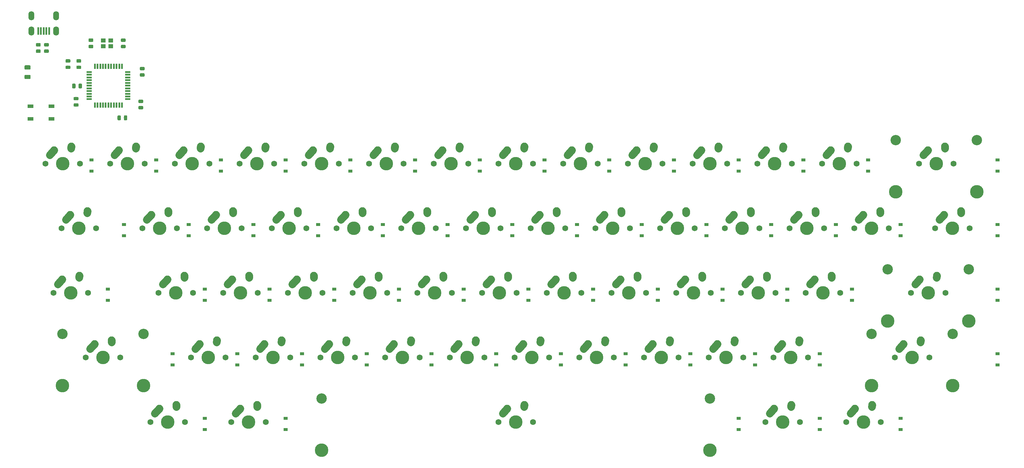
<source format=gbs>
G04 #@! TF.GenerationSoftware,KiCad,Pcbnew,(5.1.4)-1*
G04 #@! TF.CreationDate,2021-08-06T17:52:11-05:00*
G04 #@! TF.ProjectId,keyboard,6b657962-6f61-4726-942e-6b696361645f,rev?*
G04 #@! TF.SameCoordinates,Original*
G04 #@! TF.FileFunction,Soldermask,Bot*
G04 #@! TF.FilePolarity,Negative*
%FSLAX46Y46*%
G04 Gerber Fmt 4.6, Leading zero omitted, Abs format (unit mm)*
G04 Created by KiCad (PCBNEW (5.1.4)-1) date 2021-08-06 17:52:11*
%MOMM*%
%LPD*%
G04 APERTURE LIST*
%ADD10R,1.400000X1.200000*%
%ADD11O,1.700000X2.700000*%
%ADD12R,0.500000X2.250000*%
%ADD13R,0.550000X1.500000*%
%ADD14R,1.500000X0.550000*%
%ADD15R,1.800000X1.100000*%
%ADD16C,0.100000*%
%ADD17C,0.975000*%
%ADD18C,1.250000*%
%ADD19C,2.250000*%
%ADD20C,2.250000*%
%ADD21C,3.987800*%
%ADD22C,1.750000*%
%ADD23R,1.200000X0.900000*%
%ADD24C,3.048000*%
G04 APERTURE END LIST*
D10*
X107081500Y-88272250D03*
X104881500Y-88272250D03*
X104881500Y-89972250D03*
X107081500Y-89972250D03*
D11*
X83662500Y-80962500D03*
X90962500Y-80962500D03*
X90962500Y-85462500D03*
X83662500Y-85462500D03*
D12*
X85712500Y-85462500D03*
X86512500Y-85462500D03*
X87312500Y-85462500D03*
X88112500Y-85462500D03*
X88912500Y-85462500D03*
D13*
X102362500Y-107300000D03*
X103162500Y-107300000D03*
X103962500Y-107300000D03*
X104762500Y-107300000D03*
X105562500Y-107300000D03*
X106362500Y-107300000D03*
X107162500Y-107300000D03*
X107962500Y-107300000D03*
X108762500Y-107300000D03*
X109562500Y-107300000D03*
X110362500Y-107300000D03*
D14*
X112062500Y-105600000D03*
X112062500Y-104800000D03*
X112062500Y-104000000D03*
X112062500Y-103200000D03*
X112062500Y-102400000D03*
X112062500Y-101600000D03*
X112062500Y-100800000D03*
X112062500Y-100000000D03*
X112062500Y-99200000D03*
X112062500Y-98400000D03*
X112062500Y-97600000D03*
D13*
X110362500Y-95900000D03*
X109562500Y-95900000D03*
X108762500Y-95900000D03*
X107962500Y-95900000D03*
X107162500Y-95900000D03*
X106362500Y-95900000D03*
X105562500Y-95900000D03*
X104762500Y-95900000D03*
X103962500Y-95900000D03*
X103162500Y-95900000D03*
X102362500Y-95900000D03*
D14*
X100662500Y-97600000D03*
X100662500Y-98400000D03*
X100662500Y-99200000D03*
X100662500Y-100000000D03*
X100662500Y-100800000D03*
X100662500Y-101600000D03*
X100662500Y-102400000D03*
X100662500Y-103200000D03*
X100662500Y-104000000D03*
X100662500Y-104800000D03*
X100662500Y-105600000D03*
D15*
X89618750Y-111387500D03*
X83418750Y-107687500D03*
X89618750Y-107687500D03*
X83418750Y-111387500D03*
D16*
G36*
X116367642Y-105732424D02*
G01*
X116391303Y-105735934D01*
X116414507Y-105741746D01*
X116437029Y-105749804D01*
X116458653Y-105760032D01*
X116479170Y-105772329D01*
X116498383Y-105786579D01*
X116516107Y-105802643D01*
X116532171Y-105820367D01*
X116546421Y-105839580D01*
X116558718Y-105860097D01*
X116568946Y-105881721D01*
X116577004Y-105904243D01*
X116582816Y-105927447D01*
X116586326Y-105951108D01*
X116587500Y-105975000D01*
X116587500Y-106462500D01*
X116586326Y-106486392D01*
X116582816Y-106510053D01*
X116577004Y-106533257D01*
X116568946Y-106555779D01*
X116558718Y-106577403D01*
X116546421Y-106597920D01*
X116532171Y-106617133D01*
X116516107Y-106634857D01*
X116498383Y-106650921D01*
X116479170Y-106665171D01*
X116458653Y-106677468D01*
X116437029Y-106687696D01*
X116414507Y-106695754D01*
X116391303Y-106701566D01*
X116367642Y-106705076D01*
X116343750Y-106706250D01*
X115431250Y-106706250D01*
X115407358Y-106705076D01*
X115383697Y-106701566D01*
X115360493Y-106695754D01*
X115337971Y-106687696D01*
X115316347Y-106677468D01*
X115295830Y-106665171D01*
X115276617Y-106650921D01*
X115258893Y-106634857D01*
X115242829Y-106617133D01*
X115228579Y-106597920D01*
X115216282Y-106577403D01*
X115206054Y-106555779D01*
X115197996Y-106533257D01*
X115192184Y-106510053D01*
X115188674Y-106486392D01*
X115187500Y-106462500D01*
X115187500Y-105975000D01*
X115188674Y-105951108D01*
X115192184Y-105927447D01*
X115197996Y-105904243D01*
X115206054Y-105881721D01*
X115216282Y-105860097D01*
X115228579Y-105839580D01*
X115242829Y-105820367D01*
X115258893Y-105802643D01*
X115276617Y-105786579D01*
X115295830Y-105772329D01*
X115316347Y-105760032D01*
X115337971Y-105749804D01*
X115360493Y-105741746D01*
X115383697Y-105735934D01*
X115407358Y-105732424D01*
X115431250Y-105731250D01*
X116343750Y-105731250D01*
X116367642Y-105732424D01*
X116367642Y-105732424D01*
G37*
D17*
X115887500Y-106218750D03*
D16*
G36*
X116367642Y-107607424D02*
G01*
X116391303Y-107610934D01*
X116414507Y-107616746D01*
X116437029Y-107624804D01*
X116458653Y-107635032D01*
X116479170Y-107647329D01*
X116498383Y-107661579D01*
X116516107Y-107677643D01*
X116532171Y-107695367D01*
X116546421Y-107714580D01*
X116558718Y-107735097D01*
X116568946Y-107756721D01*
X116577004Y-107779243D01*
X116582816Y-107802447D01*
X116586326Y-107826108D01*
X116587500Y-107850000D01*
X116587500Y-108337500D01*
X116586326Y-108361392D01*
X116582816Y-108385053D01*
X116577004Y-108408257D01*
X116568946Y-108430779D01*
X116558718Y-108452403D01*
X116546421Y-108472920D01*
X116532171Y-108492133D01*
X116516107Y-108509857D01*
X116498383Y-108525921D01*
X116479170Y-108540171D01*
X116458653Y-108552468D01*
X116437029Y-108562696D01*
X116414507Y-108570754D01*
X116391303Y-108576566D01*
X116367642Y-108580076D01*
X116343750Y-108581250D01*
X115431250Y-108581250D01*
X115407358Y-108580076D01*
X115383697Y-108576566D01*
X115360493Y-108570754D01*
X115337971Y-108562696D01*
X115316347Y-108552468D01*
X115295830Y-108540171D01*
X115276617Y-108525921D01*
X115258893Y-108509857D01*
X115242829Y-108492133D01*
X115228579Y-108472920D01*
X115216282Y-108452403D01*
X115206054Y-108430779D01*
X115197996Y-108408257D01*
X115192184Y-108385053D01*
X115188674Y-108361392D01*
X115187500Y-108337500D01*
X115187500Y-107850000D01*
X115188674Y-107826108D01*
X115192184Y-107802447D01*
X115197996Y-107779243D01*
X115206054Y-107756721D01*
X115216282Y-107735097D01*
X115228579Y-107714580D01*
X115242829Y-107695367D01*
X115258893Y-107677643D01*
X115276617Y-107661579D01*
X115295830Y-107647329D01*
X115316347Y-107635032D01*
X115337971Y-107624804D01*
X115360493Y-107616746D01*
X115383697Y-107610934D01*
X115407358Y-107607424D01*
X115431250Y-107606250D01*
X116343750Y-107606250D01*
X116367642Y-107607424D01*
X116367642Y-107607424D01*
G37*
D17*
X115887500Y-108093750D03*
D16*
G36*
X94936392Y-95701174D02*
G01*
X94960053Y-95704684D01*
X94983257Y-95710496D01*
X95005779Y-95718554D01*
X95027403Y-95728782D01*
X95047920Y-95741079D01*
X95067133Y-95755329D01*
X95084857Y-95771393D01*
X95100921Y-95789117D01*
X95115171Y-95808330D01*
X95127468Y-95828847D01*
X95137696Y-95850471D01*
X95145754Y-95872993D01*
X95151566Y-95896197D01*
X95155076Y-95919858D01*
X95156250Y-95943750D01*
X95156250Y-96431250D01*
X95155076Y-96455142D01*
X95151566Y-96478803D01*
X95145754Y-96502007D01*
X95137696Y-96524529D01*
X95127468Y-96546153D01*
X95115171Y-96566670D01*
X95100921Y-96585883D01*
X95084857Y-96603607D01*
X95067133Y-96619671D01*
X95047920Y-96633921D01*
X95027403Y-96646218D01*
X95005779Y-96656446D01*
X94983257Y-96664504D01*
X94960053Y-96670316D01*
X94936392Y-96673826D01*
X94912500Y-96675000D01*
X94000000Y-96675000D01*
X93976108Y-96673826D01*
X93952447Y-96670316D01*
X93929243Y-96664504D01*
X93906721Y-96656446D01*
X93885097Y-96646218D01*
X93864580Y-96633921D01*
X93845367Y-96619671D01*
X93827643Y-96603607D01*
X93811579Y-96585883D01*
X93797329Y-96566670D01*
X93785032Y-96546153D01*
X93774804Y-96524529D01*
X93766746Y-96502007D01*
X93760934Y-96478803D01*
X93757424Y-96455142D01*
X93756250Y-96431250D01*
X93756250Y-95943750D01*
X93757424Y-95919858D01*
X93760934Y-95896197D01*
X93766746Y-95872993D01*
X93774804Y-95850471D01*
X93785032Y-95828847D01*
X93797329Y-95808330D01*
X93811579Y-95789117D01*
X93827643Y-95771393D01*
X93845367Y-95755329D01*
X93864580Y-95741079D01*
X93885097Y-95728782D01*
X93906721Y-95718554D01*
X93929243Y-95710496D01*
X93952447Y-95704684D01*
X93976108Y-95701174D01*
X94000000Y-95700000D01*
X94912500Y-95700000D01*
X94936392Y-95701174D01*
X94936392Y-95701174D01*
G37*
D17*
X94456250Y-96187500D03*
D16*
G36*
X94936392Y-93826174D02*
G01*
X94960053Y-93829684D01*
X94983257Y-93835496D01*
X95005779Y-93843554D01*
X95027403Y-93853782D01*
X95047920Y-93866079D01*
X95067133Y-93880329D01*
X95084857Y-93896393D01*
X95100921Y-93914117D01*
X95115171Y-93933330D01*
X95127468Y-93953847D01*
X95137696Y-93975471D01*
X95145754Y-93997993D01*
X95151566Y-94021197D01*
X95155076Y-94044858D01*
X95156250Y-94068750D01*
X95156250Y-94556250D01*
X95155076Y-94580142D01*
X95151566Y-94603803D01*
X95145754Y-94627007D01*
X95137696Y-94649529D01*
X95127468Y-94671153D01*
X95115171Y-94691670D01*
X95100921Y-94710883D01*
X95084857Y-94728607D01*
X95067133Y-94744671D01*
X95047920Y-94758921D01*
X95027403Y-94771218D01*
X95005779Y-94781446D01*
X94983257Y-94789504D01*
X94960053Y-94795316D01*
X94936392Y-94798826D01*
X94912500Y-94800000D01*
X94000000Y-94800000D01*
X93976108Y-94798826D01*
X93952447Y-94795316D01*
X93929243Y-94789504D01*
X93906721Y-94781446D01*
X93885097Y-94771218D01*
X93864580Y-94758921D01*
X93845367Y-94744671D01*
X93827643Y-94728607D01*
X93811579Y-94710883D01*
X93797329Y-94691670D01*
X93785032Y-94671153D01*
X93774804Y-94649529D01*
X93766746Y-94627007D01*
X93760934Y-94603803D01*
X93757424Y-94580142D01*
X93756250Y-94556250D01*
X93756250Y-94068750D01*
X93757424Y-94044858D01*
X93760934Y-94021197D01*
X93766746Y-93997993D01*
X93774804Y-93975471D01*
X93785032Y-93953847D01*
X93797329Y-93933330D01*
X93811579Y-93914117D01*
X93827643Y-93896393D01*
X93845367Y-93880329D01*
X93864580Y-93866079D01*
X93885097Y-93853782D01*
X93906721Y-93843554D01*
X93929243Y-93835496D01*
X93952447Y-93829684D01*
X93976108Y-93826174D01*
X94000000Y-93825000D01*
X94912500Y-93825000D01*
X94936392Y-93826174D01*
X94936392Y-93826174D01*
G37*
D17*
X94456250Y-94312500D03*
D16*
G36*
X88586392Y-89063674D02*
G01*
X88610053Y-89067184D01*
X88633257Y-89072996D01*
X88655779Y-89081054D01*
X88677403Y-89091282D01*
X88697920Y-89103579D01*
X88717133Y-89117829D01*
X88734857Y-89133893D01*
X88750921Y-89151617D01*
X88765171Y-89170830D01*
X88777468Y-89191347D01*
X88787696Y-89212971D01*
X88795754Y-89235493D01*
X88801566Y-89258697D01*
X88805076Y-89282358D01*
X88806250Y-89306250D01*
X88806250Y-89793750D01*
X88805076Y-89817642D01*
X88801566Y-89841303D01*
X88795754Y-89864507D01*
X88787696Y-89887029D01*
X88777468Y-89908653D01*
X88765171Y-89929170D01*
X88750921Y-89948383D01*
X88734857Y-89966107D01*
X88717133Y-89982171D01*
X88697920Y-89996421D01*
X88677403Y-90008718D01*
X88655779Y-90018946D01*
X88633257Y-90027004D01*
X88610053Y-90032816D01*
X88586392Y-90036326D01*
X88562500Y-90037500D01*
X87650000Y-90037500D01*
X87626108Y-90036326D01*
X87602447Y-90032816D01*
X87579243Y-90027004D01*
X87556721Y-90018946D01*
X87535097Y-90008718D01*
X87514580Y-89996421D01*
X87495367Y-89982171D01*
X87477643Y-89966107D01*
X87461579Y-89948383D01*
X87447329Y-89929170D01*
X87435032Y-89908653D01*
X87424804Y-89887029D01*
X87416746Y-89864507D01*
X87410934Y-89841303D01*
X87407424Y-89817642D01*
X87406250Y-89793750D01*
X87406250Y-89306250D01*
X87407424Y-89282358D01*
X87410934Y-89258697D01*
X87416746Y-89235493D01*
X87424804Y-89212971D01*
X87435032Y-89191347D01*
X87447329Y-89170830D01*
X87461579Y-89151617D01*
X87477643Y-89133893D01*
X87495367Y-89117829D01*
X87514580Y-89103579D01*
X87535097Y-89091282D01*
X87556721Y-89081054D01*
X87579243Y-89072996D01*
X87602447Y-89067184D01*
X87626108Y-89063674D01*
X87650000Y-89062500D01*
X88562500Y-89062500D01*
X88586392Y-89063674D01*
X88586392Y-89063674D01*
G37*
D17*
X88106250Y-89550000D03*
D16*
G36*
X88586392Y-90938674D02*
G01*
X88610053Y-90942184D01*
X88633257Y-90947996D01*
X88655779Y-90956054D01*
X88677403Y-90966282D01*
X88697920Y-90978579D01*
X88717133Y-90992829D01*
X88734857Y-91008893D01*
X88750921Y-91026617D01*
X88765171Y-91045830D01*
X88777468Y-91066347D01*
X88787696Y-91087971D01*
X88795754Y-91110493D01*
X88801566Y-91133697D01*
X88805076Y-91157358D01*
X88806250Y-91181250D01*
X88806250Y-91668750D01*
X88805076Y-91692642D01*
X88801566Y-91716303D01*
X88795754Y-91739507D01*
X88787696Y-91762029D01*
X88777468Y-91783653D01*
X88765171Y-91804170D01*
X88750921Y-91823383D01*
X88734857Y-91841107D01*
X88717133Y-91857171D01*
X88697920Y-91871421D01*
X88677403Y-91883718D01*
X88655779Y-91893946D01*
X88633257Y-91902004D01*
X88610053Y-91907816D01*
X88586392Y-91911326D01*
X88562500Y-91912500D01*
X87650000Y-91912500D01*
X87626108Y-91911326D01*
X87602447Y-91907816D01*
X87579243Y-91902004D01*
X87556721Y-91893946D01*
X87535097Y-91883718D01*
X87514580Y-91871421D01*
X87495367Y-91857171D01*
X87477643Y-91841107D01*
X87461579Y-91823383D01*
X87447329Y-91804170D01*
X87435032Y-91783653D01*
X87424804Y-91762029D01*
X87416746Y-91739507D01*
X87410934Y-91716303D01*
X87407424Y-91692642D01*
X87406250Y-91668750D01*
X87406250Y-91181250D01*
X87407424Y-91157358D01*
X87410934Y-91133697D01*
X87416746Y-91110493D01*
X87424804Y-91087971D01*
X87435032Y-91066347D01*
X87447329Y-91045830D01*
X87461579Y-91026617D01*
X87477643Y-91008893D01*
X87495367Y-90992829D01*
X87514580Y-90978579D01*
X87535097Y-90966282D01*
X87556721Y-90956054D01*
X87579243Y-90947996D01*
X87602447Y-90942184D01*
X87626108Y-90938674D01*
X87650000Y-90937500D01*
X88562500Y-90937500D01*
X88586392Y-90938674D01*
X88586392Y-90938674D01*
G37*
D17*
X88106250Y-91425000D03*
D16*
G36*
X86205142Y-89063674D02*
G01*
X86228803Y-89067184D01*
X86252007Y-89072996D01*
X86274529Y-89081054D01*
X86296153Y-89091282D01*
X86316670Y-89103579D01*
X86335883Y-89117829D01*
X86353607Y-89133893D01*
X86369671Y-89151617D01*
X86383921Y-89170830D01*
X86396218Y-89191347D01*
X86406446Y-89212971D01*
X86414504Y-89235493D01*
X86420316Y-89258697D01*
X86423826Y-89282358D01*
X86425000Y-89306250D01*
X86425000Y-89793750D01*
X86423826Y-89817642D01*
X86420316Y-89841303D01*
X86414504Y-89864507D01*
X86406446Y-89887029D01*
X86396218Y-89908653D01*
X86383921Y-89929170D01*
X86369671Y-89948383D01*
X86353607Y-89966107D01*
X86335883Y-89982171D01*
X86316670Y-89996421D01*
X86296153Y-90008718D01*
X86274529Y-90018946D01*
X86252007Y-90027004D01*
X86228803Y-90032816D01*
X86205142Y-90036326D01*
X86181250Y-90037500D01*
X85268750Y-90037500D01*
X85244858Y-90036326D01*
X85221197Y-90032816D01*
X85197993Y-90027004D01*
X85175471Y-90018946D01*
X85153847Y-90008718D01*
X85133330Y-89996421D01*
X85114117Y-89982171D01*
X85096393Y-89966107D01*
X85080329Y-89948383D01*
X85066079Y-89929170D01*
X85053782Y-89908653D01*
X85043554Y-89887029D01*
X85035496Y-89864507D01*
X85029684Y-89841303D01*
X85026174Y-89817642D01*
X85025000Y-89793750D01*
X85025000Y-89306250D01*
X85026174Y-89282358D01*
X85029684Y-89258697D01*
X85035496Y-89235493D01*
X85043554Y-89212971D01*
X85053782Y-89191347D01*
X85066079Y-89170830D01*
X85080329Y-89151617D01*
X85096393Y-89133893D01*
X85114117Y-89117829D01*
X85133330Y-89103579D01*
X85153847Y-89091282D01*
X85175471Y-89081054D01*
X85197993Y-89072996D01*
X85221197Y-89067184D01*
X85244858Y-89063674D01*
X85268750Y-89062500D01*
X86181250Y-89062500D01*
X86205142Y-89063674D01*
X86205142Y-89063674D01*
G37*
D17*
X85725000Y-89550000D03*
D16*
G36*
X86205142Y-90938674D02*
G01*
X86228803Y-90942184D01*
X86252007Y-90947996D01*
X86274529Y-90956054D01*
X86296153Y-90966282D01*
X86316670Y-90978579D01*
X86335883Y-90992829D01*
X86353607Y-91008893D01*
X86369671Y-91026617D01*
X86383921Y-91045830D01*
X86396218Y-91066347D01*
X86406446Y-91087971D01*
X86414504Y-91110493D01*
X86420316Y-91133697D01*
X86423826Y-91157358D01*
X86425000Y-91181250D01*
X86425000Y-91668750D01*
X86423826Y-91692642D01*
X86420316Y-91716303D01*
X86414504Y-91739507D01*
X86406446Y-91762029D01*
X86396218Y-91783653D01*
X86383921Y-91804170D01*
X86369671Y-91823383D01*
X86353607Y-91841107D01*
X86335883Y-91857171D01*
X86316670Y-91871421D01*
X86296153Y-91883718D01*
X86274529Y-91893946D01*
X86252007Y-91902004D01*
X86228803Y-91907816D01*
X86205142Y-91911326D01*
X86181250Y-91912500D01*
X85268750Y-91912500D01*
X85244858Y-91911326D01*
X85221197Y-91907816D01*
X85197993Y-91902004D01*
X85175471Y-91893946D01*
X85153847Y-91883718D01*
X85133330Y-91871421D01*
X85114117Y-91857171D01*
X85096393Y-91841107D01*
X85080329Y-91823383D01*
X85066079Y-91804170D01*
X85053782Y-91783653D01*
X85043554Y-91762029D01*
X85035496Y-91739507D01*
X85029684Y-91716303D01*
X85026174Y-91692642D01*
X85025000Y-91668750D01*
X85025000Y-91181250D01*
X85026174Y-91157358D01*
X85029684Y-91133697D01*
X85035496Y-91110493D01*
X85043554Y-91087971D01*
X85053782Y-91066347D01*
X85066079Y-91045830D01*
X85080329Y-91026617D01*
X85096393Y-91008893D01*
X85114117Y-90992829D01*
X85133330Y-90978579D01*
X85153847Y-90966282D01*
X85175471Y-90956054D01*
X85197993Y-90947996D01*
X85221197Y-90942184D01*
X85244858Y-90938674D01*
X85268750Y-90937500D01*
X86181250Y-90937500D01*
X86205142Y-90938674D01*
X86205142Y-90938674D01*
G37*
D17*
X85725000Y-91425000D03*
D16*
G36*
X83199504Y-95607454D02*
G01*
X83223773Y-95611054D01*
X83247571Y-95617015D01*
X83270671Y-95625280D01*
X83292849Y-95635770D01*
X83313893Y-95648383D01*
X83333598Y-95662997D01*
X83351777Y-95679473D01*
X83368253Y-95697652D01*
X83382867Y-95717357D01*
X83395480Y-95738401D01*
X83405970Y-95760579D01*
X83414235Y-95783679D01*
X83420196Y-95807477D01*
X83423796Y-95831746D01*
X83425000Y-95856250D01*
X83425000Y-96606250D01*
X83423796Y-96630754D01*
X83420196Y-96655023D01*
X83414235Y-96678821D01*
X83405970Y-96701921D01*
X83395480Y-96724099D01*
X83382867Y-96745143D01*
X83368253Y-96764848D01*
X83351777Y-96783027D01*
X83333598Y-96799503D01*
X83313893Y-96814117D01*
X83292849Y-96826730D01*
X83270671Y-96837220D01*
X83247571Y-96845485D01*
X83223773Y-96851446D01*
X83199504Y-96855046D01*
X83175000Y-96856250D01*
X81925000Y-96856250D01*
X81900496Y-96855046D01*
X81876227Y-96851446D01*
X81852429Y-96845485D01*
X81829329Y-96837220D01*
X81807151Y-96826730D01*
X81786107Y-96814117D01*
X81766402Y-96799503D01*
X81748223Y-96783027D01*
X81731747Y-96764848D01*
X81717133Y-96745143D01*
X81704520Y-96724099D01*
X81694030Y-96701921D01*
X81685765Y-96678821D01*
X81679804Y-96655023D01*
X81676204Y-96630754D01*
X81675000Y-96606250D01*
X81675000Y-95856250D01*
X81676204Y-95831746D01*
X81679804Y-95807477D01*
X81685765Y-95783679D01*
X81694030Y-95760579D01*
X81704520Y-95738401D01*
X81717133Y-95717357D01*
X81731747Y-95697652D01*
X81748223Y-95679473D01*
X81766402Y-95662997D01*
X81786107Y-95648383D01*
X81807151Y-95635770D01*
X81829329Y-95625280D01*
X81852429Y-95617015D01*
X81876227Y-95611054D01*
X81900496Y-95607454D01*
X81925000Y-95606250D01*
X83175000Y-95606250D01*
X83199504Y-95607454D01*
X83199504Y-95607454D01*
G37*
D18*
X82550000Y-96231250D03*
D16*
G36*
X83199504Y-98407454D02*
G01*
X83223773Y-98411054D01*
X83247571Y-98417015D01*
X83270671Y-98425280D01*
X83292849Y-98435770D01*
X83313893Y-98448383D01*
X83333598Y-98462997D01*
X83351777Y-98479473D01*
X83368253Y-98497652D01*
X83382867Y-98517357D01*
X83395480Y-98538401D01*
X83405970Y-98560579D01*
X83414235Y-98583679D01*
X83420196Y-98607477D01*
X83423796Y-98631746D01*
X83425000Y-98656250D01*
X83425000Y-99406250D01*
X83423796Y-99430754D01*
X83420196Y-99455023D01*
X83414235Y-99478821D01*
X83405970Y-99501921D01*
X83395480Y-99524099D01*
X83382867Y-99545143D01*
X83368253Y-99564848D01*
X83351777Y-99583027D01*
X83333598Y-99599503D01*
X83313893Y-99614117D01*
X83292849Y-99626730D01*
X83270671Y-99637220D01*
X83247571Y-99645485D01*
X83223773Y-99651446D01*
X83199504Y-99655046D01*
X83175000Y-99656250D01*
X81925000Y-99656250D01*
X81900496Y-99655046D01*
X81876227Y-99651446D01*
X81852429Y-99645485D01*
X81829329Y-99637220D01*
X81807151Y-99626730D01*
X81786107Y-99614117D01*
X81766402Y-99599503D01*
X81748223Y-99583027D01*
X81731747Y-99564848D01*
X81717133Y-99545143D01*
X81704520Y-99524099D01*
X81694030Y-99501921D01*
X81685765Y-99478821D01*
X81679804Y-99455023D01*
X81676204Y-99430754D01*
X81675000Y-99406250D01*
X81675000Y-98656250D01*
X81676204Y-98631746D01*
X81679804Y-98607477D01*
X81685765Y-98583679D01*
X81694030Y-98560579D01*
X81704520Y-98538401D01*
X81717133Y-98517357D01*
X81731747Y-98497652D01*
X81748223Y-98479473D01*
X81766402Y-98462997D01*
X81786107Y-98448383D01*
X81807151Y-98435770D01*
X81829329Y-98425280D01*
X81852429Y-98417015D01*
X81876227Y-98411054D01*
X81900496Y-98407454D01*
X81925000Y-98406250D01*
X83175000Y-98406250D01*
X83199504Y-98407454D01*
X83199504Y-98407454D01*
G37*
D18*
X82550000Y-99031250D03*
D16*
G36*
X96453392Y-100996424D02*
G01*
X96477053Y-100999934D01*
X96500257Y-101005746D01*
X96522779Y-101013804D01*
X96544403Y-101024032D01*
X96564920Y-101036329D01*
X96584133Y-101050579D01*
X96601857Y-101066643D01*
X96617921Y-101084367D01*
X96632171Y-101103580D01*
X96644468Y-101124097D01*
X96654696Y-101145721D01*
X96662754Y-101168243D01*
X96668566Y-101191447D01*
X96672076Y-101215108D01*
X96673250Y-101239000D01*
X96673250Y-102151500D01*
X96672076Y-102175392D01*
X96668566Y-102199053D01*
X96662754Y-102222257D01*
X96654696Y-102244779D01*
X96644468Y-102266403D01*
X96632171Y-102286920D01*
X96617921Y-102306133D01*
X96601857Y-102323857D01*
X96584133Y-102339921D01*
X96564920Y-102354171D01*
X96544403Y-102366468D01*
X96522779Y-102376696D01*
X96500257Y-102384754D01*
X96477053Y-102390566D01*
X96453392Y-102394076D01*
X96429500Y-102395250D01*
X95942000Y-102395250D01*
X95918108Y-102394076D01*
X95894447Y-102390566D01*
X95871243Y-102384754D01*
X95848721Y-102376696D01*
X95827097Y-102366468D01*
X95806580Y-102354171D01*
X95787367Y-102339921D01*
X95769643Y-102323857D01*
X95753579Y-102306133D01*
X95739329Y-102286920D01*
X95727032Y-102266403D01*
X95716804Y-102244779D01*
X95708746Y-102222257D01*
X95702934Y-102199053D01*
X95699424Y-102175392D01*
X95698250Y-102151500D01*
X95698250Y-101239000D01*
X95699424Y-101215108D01*
X95702934Y-101191447D01*
X95708746Y-101168243D01*
X95716804Y-101145721D01*
X95727032Y-101124097D01*
X95739329Y-101103580D01*
X95753579Y-101084367D01*
X95769643Y-101066643D01*
X95787367Y-101050579D01*
X95806580Y-101036329D01*
X95827097Y-101024032D01*
X95848721Y-101013804D01*
X95871243Y-101005746D01*
X95894447Y-100999934D01*
X95918108Y-100996424D01*
X95942000Y-100995250D01*
X96429500Y-100995250D01*
X96453392Y-100996424D01*
X96453392Y-100996424D01*
G37*
D17*
X96185750Y-101695250D03*
D16*
G36*
X98328392Y-100996424D02*
G01*
X98352053Y-100999934D01*
X98375257Y-101005746D01*
X98397779Y-101013804D01*
X98419403Y-101024032D01*
X98439920Y-101036329D01*
X98459133Y-101050579D01*
X98476857Y-101066643D01*
X98492921Y-101084367D01*
X98507171Y-101103580D01*
X98519468Y-101124097D01*
X98529696Y-101145721D01*
X98537754Y-101168243D01*
X98543566Y-101191447D01*
X98547076Y-101215108D01*
X98548250Y-101239000D01*
X98548250Y-102151500D01*
X98547076Y-102175392D01*
X98543566Y-102199053D01*
X98537754Y-102222257D01*
X98529696Y-102244779D01*
X98519468Y-102266403D01*
X98507171Y-102286920D01*
X98492921Y-102306133D01*
X98476857Y-102323857D01*
X98459133Y-102339921D01*
X98439920Y-102354171D01*
X98419403Y-102366468D01*
X98397779Y-102376696D01*
X98375257Y-102384754D01*
X98352053Y-102390566D01*
X98328392Y-102394076D01*
X98304500Y-102395250D01*
X97817000Y-102395250D01*
X97793108Y-102394076D01*
X97769447Y-102390566D01*
X97746243Y-102384754D01*
X97723721Y-102376696D01*
X97702097Y-102366468D01*
X97681580Y-102354171D01*
X97662367Y-102339921D01*
X97644643Y-102323857D01*
X97628579Y-102306133D01*
X97614329Y-102286920D01*
X97602032Y-102266403D01*
X97591804Y-102244779D01*
X97583746Y-102222257D01*
X97577934Y-102199053D01*
X97574424Y-102175392D01*
X97573250Y-102151500D01*
X97573250Y-101239000D01*
X97574424Y-101215108D01*
X97577934Y-101191447D01*
X97583746Y-101168243D01*
X97591804Y-101145721D01*
X97602032Y-101124097D01*
X97614329Y-101103580D01*
X97628579Y-101084367D01*
X97644643Y-101066643D01*
X97662367Y-101050579D01*
X97681580Y-101036329D01*
X97702097Y-101024032D01*
X97723721Y-101013804D01*
X97746243Y-101005746D01*
X97769447Y-100999934D01*
X97793108Y-100996424D01*
X97817000Y-100995250D01*
X98304500Y-100995250D01*
X98328392Y-100996424D01*
X98328392Y-100996424D01*
G37*
D17*
X98060750Y-101695250D03*
D16*
G36*
X101699142Y-87698424D02*
G01*
X101722803Y-87701934D01*
X101746007Y-87707746D01*
X101768529Y-87715804D01*
X101790153Y-87726032D01*
X101810670Y-87738329D01*
X101829883Y-87752579D01*
X101847607Y-87768643D01*
X101863671Y-87786367D01*
X101877921Y-87805580D01*
X101890218Y-87826097D01*
X101900446Y-87847721D01*
X101908504Y-87870243D01*
X101914316Y-87893447D01*
X101917826Y-87917108D01*
X101919000Y-87941000D01*
X101919000Y-88428500D01*
X101917826Y-88452392D01*
X101914316Y-88476053D01*
X101908504Y-88499257D01*
X101900446Y-88521779D01*
X101890218Y-88543403D01*
X101877921Y-88563920D01*
X101863671Y-88583133D01*
X101847607Y-88600857D01*
X101829883Y-88616921D01*
X101810670Y-88631171D01*
X101790153Y-88643468D01*
X101768529Y-88653696D01*
X101746007Y-88661754D01*
X101722803Y-88667566D01*
X101699142Y-88671076D01*
X101675250Y-88672250D01*
X100762750Y-88672250D01*
X100738858Y-88671076D01*
X100715197Y-88667566D01*
X100691993Y-88661754D01*
X100669471Y-88653696D01*
X100647847Y-88643468D01*
X100627330Y-88631171D01*
X100608117Y-88616921D01*
X100590393Y-88600857D01*
X100574329Y-88583133D01*
X100560079Y-88563920D01*
X100547782Y-88543403D01*
X100537554Y-88521779D01*
X100529496Y-88499257D01*
X100523684Y-88476053D01*
X100520174Y-88452392D01*
X100519000Y-88428500D01*
X100519000Y-87941000D01*
X100520174Y-87917108D01*
X100523684Y-87893447D01*
X100529496Y-87870243D01*
X100537554Y-87847721D01*
X100547782Y-87826097D01*
X100560079Y-87805580D01*
X100574329Y-87786367D01*
X100590393Y-87768643D01*
X100608117Y-87752579D01*
X100627330Y-87738329D01*
X100647847Y-87726032D01*
X100669471Y-87715804D01*
X100691993Y-87707746D01*
X100715197Y-87701934D01*
X100738858Y-87698424D01*
X100762750Y-87697250D01*
X101675250Y-87697250D01*
X101699142Y-87698424D01*
X101699142Y-87698424D01*
G37*
D17*
X101219000Y-88184750D03*
D16*
G36*
X101699142Y-89573424D02*
G01*
X101722803Y-89576934D01*
X101746007Y-89582746D01*
X101768529Y-89590804D01*
X101790153Y-89601032D01*
X101810670Y-89613329D01*
X101829883Y-89627579D01*
X101847607Y-89643643D01*
X101863671Y-89661367D01*
X101877921Y-89680580D01*
X101890218Y-89701097D01*
X101900446Y-89722721D01*
X101908504Y-89745243D01*
X101914316Y-89768447D01*
X101917826Y-89792108D01*
X101919000Y-89816000D01*
X101919000Y-90303500D01*
X101917826Y-90327392D01*
X101914316Y-90351053D01*
X101908504Y-90374257D01*
X101900446Y-90396779D01*
X101890218Y-90418403D01*
X101877921Y-90438920D01*
X101863671Y-90458133D01*
X101847607Y-90475857D01*
X101829883Y-90491921D01*
X101810670Y-90506171D01*
X101790153Y-90518468D01*
X101768529Y-90528696D01*
X101746007Y-90536754D01*
X101722803Y-90542566D01*
X101699142Y-90546076D01*
X101675250Y-90547250D01*
X100762750Y-90547250D01*
X100738858Y-90546076D01*
X100715197Y-90542566D01*
X100691993Y-90536754D01*
X100669471Y-90528696D01*
X100647847Y-90518468D01*
X100627330Y-90506171D01*
X100608117Y-90491921D01*
X100590393Y-90475857D01*
X100574329Y-90458133D01*
X100560079Y-90438920D01*
X100547782Y-90418403D01*
X100537554Y-90396779D01*
X100529496Y-90374257D01*
X100523684Y-90351053D01*
X100520174Y-90327392D01*
X100519000Y-90303500D01*
X100519000Y-89816000D01*
X100520174Y-89792108D01*
X100523684Y-89768447D01*
X100529496Y-89745243D01*
X100537554Y-89722721D01*
X100547782Y-89701097D01*
X100560079Y-89680580D01*
X100574329Y-89661367D01*
X100590393Y-89643643D01*
X100608117Y-89627579D01*
X100627330Y-89613329D01*
X100647847Y-89601032D01*
X100669471Y-89590804D01*
X100691993Y-89582746D01*
X100715197Y-89576934D01*
X100738858Y-89573424D01*
X100762750Y-89572250D01*
X101675250Y-89572250D01*
X101699142Y-89573424D01*
X101699142Y-89573424D01*
G37*
D17*
X101219000Y-90059750D03*
D16*
G36*
X111224142Y-89573424D02*
G01*
X111247803Y-89576934D01*
X111271007Y-89582746D01*
X111293529Y-89590804D01*
X111315153Y-89601032D01*
X111335670Y-89613329D01*
X111354883Y-89627579D01*
X111372607Y-89643643D01*
X111388671Y-89661367D01*
X111402921Y-89680580D01*
X111415218Y-89701097D01*
X111425446Y-89722721D01*
X111433504Y-89745243D01*
X111439316Y-89768447D01*
X111442826Y-89792108D01*
X111444000Y-89816000D01*
X111444000Y-90303500D01*
X111442826Y-90327392D01*
X111439316Y-90351053D01*
X111433504Y-90374257D01*
X111425446Y-90396779D01*
X111415218Y-90418403D01*
X111402921Y-90438920D01*
X111388671Y-90458133D01*
X111372607Y-90475857D01*
X111354883Y-90491921D01*
X111335670Y-90506171D01*
X111315153Y-90518468D01*
X111293529Y-90528696D01*
X111271007Y-90536754D01*
X111247803Y-90542566D01*
X111224142Y-90546076D01*
X111200250Y-90547250D01*
X110287750Y-90547250D01*
X110263858Y-90546076D01*
X110240197Y-90542566D01*
X110216993Y-90536754D01*
X110194471Y-90528696D01*
X110172847Y-90518468D01*
X110152330Y-90506171D01*
X110133117Y-90491921D01*
X110115393Y-90475857D01*
X110099329Y-90458133D01*
X110085079Y-90438920D01*
X110072782Y-90418403D01*
X110062554Y-90396779D01*
X110054496Y-90374257D01*
X110048684Y-90351053D01*
X110045174Y-90327392D01*
X110044000Y-90303500D01*
X110044000Y-89816000D01*
X110045174Y-89792108D01*
X110048684Y-89768447D01*
X110054496Y-89745243D01*
X110062554Y-89722721D01*
X110072782Y-89701097D01*
X110085079Y-89680580D01*
X110099329Y-89661367D01*
X110115393Y-89643643D01*
X110133117Y-89627579D01*
X110152330Y-89613329D01*
X110172847Y-89601032D01*
X110194471Y-89590804D01*
X110216993Y-89582746D01*
X110240197Y-89576934D01*
X110263858Y-89573424D01*
X110287750Y-89572250D01*
X111200250Y-89572250D01*
X111224142Y-89573424D01*
X111224142Y-89573424D01*
G37*
D17*
X110744000Y-90059750D03*
D16*
G36*
X111224142Y-87698424D02*
G01*
X111247803Y-87701934D01*
X111271007Y-87707746D01*
X111293529Y-87715804D01*
X111315153Y-87726032D01*
X111335670Y-87738329D01*
X111354883Y-87752579D01*
X111372607Y-87768643D01*
X111388671Y-87786367D01*
X111402921Y-87805580D01*
X111415218Y-87826097D01*
X111425446Y-87847721D01*
X111433504Y-87870243D01*
X111439316Y-87893447D01*
X111442826Y-87917108D01*
X111444000Y-87941000D01*
X111444000Y-88428500D01*
X111442826Y-88452392D01*
X111439316Y-88476053D01*
X111433504Y-88499257D01*
X111425446Y-88521779D01*
X111415218Y-88543403D01*
X111402921Y-88563920D01*
X111388671Y-88583133D01*
X111372607Y-88600857D01*
X111354883Y-88616921D01*
X111335670Y-88631171D01*
X111315153Y-88643468D01*
X111293529Y-88653696D01*
X111271007Y-88661754D01*
X111247803Y-88667566D01*
X111224142Y-88671076D01*
X111200250Y-88672250D01*
X110287750Y-88672250D01*
X110263858Y-88671076D01*
X110240197Y-88667566D01*
X110216993Y-88661754D01*
X110194471Y-88653696D01*
X110172847Y-88643468D01*
X110152330Y-88631171D01*
X110133117Y-88616921D01*
X110115393Y-88600857D01*
X110099329Y-88583133D01*
X110085079Y-88563920D01*
X110072782Y-88543403D01*
X110062554Y-88521779D01*
X110054496Y-88499257D01*
X110048684Y-88476053D01*
X110045174Y-88452392D01*
X110044000Y-88428500D01*
X110044000Y-87941000D01*
X110045174Y-87917108D01*
X110048684Y-87893447D01*
X110054496Y-87870243D01*
X110062554Y-87847721D01*
X110072782Y-87826097D01*
X110085079Y-87805580D01*
X110099329Y-87786367D01*
X110115393Y-87768643D01*
X110133117Y-87752579D01*
X110152330Y-87738329D01*
X110172847Y-87726032D01*
X110194471Y-87715804D01*
X110216993Y-87707746D01*
X110240197Y-87701934D01*
X110263858Y-87698424D01*
X110287750Y-87697250D01*
X111200250Y-87697250D01*
X111224142Y-87698424D01*
X111224142Y-87698424D01*
G37*
D17*
X110744000Y-88184750D03*
D16*
G36*
X97317642Y-106813674D02*
G01*
X97341303Y-106817184D01*
X97364507Y-106822996D01*
X97387029Y-106831054D01*
X97408653Y-106841282D01*
X97429170Y-106853579D01*
X97448383Y-106867829D01*
X97466107Y-106883893D01*
X97482171Y-106901617D01*
X97496421Y-106920830D01*
X97508718Y-106941347D01*
X97518946Y-106962971D01*
X97527004Y-106985493D01*
X97532816Y-107008697D01*
X97536326Y-107032358D01*
X97537500Y-107056250D01*
X97537500Y-107543750D01*
X97536326Y-107567642D01*
X97532816Y-107591303D01*
X97527004Y-107614507D01*
X97518946Y-107637029D01*
X97508718Y-107658653D01*
X97496421Y-107679170D01*
X97482171Y-107698383D01*
X97466107Y-107716107D01*
X97448383Y-107732171D01*
X97429170Y-107746421D01*
X97408653Y-107758718D01*
X97387029Y-107768946D01*
X97364507Y-107777004D01*
X97341303Y-107782816D01*
X97317642Y-107786326D01*
X97293750Y-107787500D01*
X96381250Y-107787500D01*
X96357358Y-107786326D01*
X96333697Y-107782816D01*
X96310493Y-107777004D01*
X96287971Y-107768946D01*
X96266347Y-107758718D01*
X96245830Y-107746421D01*
X96226617Y-107732171D01*
X96208893Y-107716107D01*
X96192829Y-107698383D01*
X96178579Y-107679170D01*
X96166282Y-107658653D01*
X96156054Y-107637029D01*
X96147996Y-107614507D01*
X96142184Y-107591303D01*
X96138674Y-107567642D01*
X96137500Y-107543750D01*
X96137500Y-107056250D01*
X96138674Y-107032358D01*
X96142184Y-107008697D01*
X96147996Y-106985493D01*
X96156054Y-106962971D01*
X96166282Y-106941347D01*
X96178579Y-106920830D01*
X96192829Y-106901617D01*
X96208893Y-106883893D01*
X96226617Y-106867829D01*
X96245830Y-106853579D01*
X96266347Y-106841282D01*
X96287971Y-106831054D01*
X96310493Y-106822996D01*
X96333697Y-106817184D01*
X96357358Y-106813674D01*
X96381250Y-106812500D01*
X97293750Y-106812500D01*
X97317642Y-106813674D01*
X97317642Y-106813674D01*
G37*
D17*
X96837500Y-107300000D03*
D16*
G36*
X97317642Y-104938674D02*
G01*
X97341303Y-104942184D01*
X97364507Y-104947996D01*
X97387029Y-104956054D01*
X97408653Y-104966282D01*
X97429170Y-104978579D01*
X97448383Y-104992829D01*
X97466107Y-105008893D01*
X97482171Y-105026617D01*
X97496421Y-105045830D01*
X97508718Y-105066347D01*
X97518946Y-105087971D01*
X97527004Y-105110493D01*
X97532816Y-105133697D01*
X97536326Y-105157358D01*
X97537500Y-105181250D01*
X97537500Y-105668750D01*
X97536326Y-105692642D01*
X97532816Y-105716303D01*
X97527004Y-105739507D01*
X97518946Y-105762029D01*
X97508718Y-105783653D01*
X97496421Y-105804170D01*
X97482171Y-105823383D01*
X97466107Y-105841107D01*
X97448383Y-105857171D01*
X97429170Y-105871421D01*
X97408653Y-105883718D01*
X97387029Y-105893946D01*
X97364507Y-105902004D01*
X97341303Y-105907816D01*
X97317642Y-105911326D01*
X97293750Y-105912500D01*
X96381250Y-105912500D01*
X96357358Y-105911326D01*
X96333697Y-105907816D01*
X96310493Y-105902004D01*
X96287971Y-105893946D01*
X96266347Y-105883718D01*
X96245830Y-105871421D01*
X96226617Y-105857171D01*
X96208893Y-105841107D01*
X96192829Y-105823383D01*
X96178579Y-105804170D01*
X96166282Y-105783653D01*
X96156054Y-105762029D01*
X96147996Y-105739507D01*
X96142184Y-105716303D01*
X96138674Y-105692642D01*
X96137500Y-105668750D01*
X96137500Y-105181250D01*
X96138674Y-105157358D01*
X96142184Y-105133697D01*
X96147996Y-105110493D01*
X96156054Y-105087971D01*
X96166282Y-105066347D01*
X96178579Y-105045830D01*
X96192829Y-105026617D01*
X96208893Y-105008893D01*
X96226617Y-104992829D01*
X96245830Y-104978579D01*
X96266347Y-104966282D01*
X96287971Y-104956054D01*
X96310493Y-104947996D01*
X96333697Y-104942184D01*
X96357358Y-104938674D01*
X96381250Y-104937500D01*
X97293750Y-104937500D01*
X97317642Y-104938674D01*
X97317642Y-104938674D01*
G37*
D17*
X96837500Y-105425000D03*
D16*
G36*
X109788392Y-110394424D02*
G01*
X109812053Y-110397934D01*
X109835257Y-110403746D01*
X109857779Y-110411804D01*
X109879403Y-110422032D01*
X109899920Y-110434329D01*
X109919133Y-110448579D01*
X109936857Y-110464643D01*
X109952921Y-110482367D01*
X109967171Y-110501580D01*
X109979468Y-110522097D01*
X109989696Y-110543721D01*
X109997754Y-110566243D01*
X110003566Y-110589447D01*
X110007076Y-110613108D01*
X110008250Y-110637000D01*
X110008250Y-111549500D01*
X110007076Y-111573392D01*
X110003566Y-111597053D01*
X109997754Y-111620257D01*
X109989696Y-111642779D01*
X109979468Y-111664403D01*
X109967171Y-111684920D01*
X109952921Y-111704133D01*
X109936857Y-111721857D01*
X109919133Y-111737921D01*
X109899920Y-111752171D01*
X109879403Y-111764468D01*
X109857779Y-111774696D01*
X109835257Y-111782754D01*
X109812053Y-111788566D01*
X109788392Y-111792076D01*
X109764500Y-111793250D01*
X109277000Y-111793250D01*
X109253108Y-111792076D01*
X109229447Y-111788566D01*
X109206243Y-111782754D01*
X109183721Y-111774696D01*
X109162097Y-111764468D01*
X109141580Y-111752171D01*
X109122367Y-111737921D01*
X109104643Y-111721857D01*
X109088579Y-111704133D01*
X109074329Y-111684920D01*
X109062032Y-111664403D01*
X109051804Y-111642779D01*
X109043746Y-111620257D01*
X109037934Y-111597053D01*
X109034424Y-111573392D01*
X109033250Y-111549500D01*
X109033250Y-110637000D01*
X109034424Y-110613108D01*
X109037934Y-110589447D01*
X109043746Y-110566243D01*
X109051804Y-110543721D01*
X109062032Y-110522097D01*
X109074329Y-110501580D01*
X109088579Y-110482367D01*
X109104643Y-110464643D01*
X109122367Y-110448579D01*
X109141580Y-110434329D01*
X109162097Y-110422032D01*
X109183721Y-110411804D01*
X109206243Y-110403746D01*
X109229447Y-110397934D01*
X109253108Y-110394424D01*
X109277000Y-110393250D01*
X109764500Y-110393250D01*
X109788392Y-110394424D01*
X109788392Y-110394424D01*
G37*
D17*
X109520750Y-111093250D03*
D16*
G36*
X111663392Y-110394424D02*
G01*
X111687053Y-110397934D01*
X111710257Y-110403746D01*
X111732779Y-110411804D01*
X111754403Y-110422032D01*
X111774920Y-110434329D01*
X111794133Y-110448579D01*
X111811857Y-110464643D01*
X111827921Y-110482367D01*
X111842171Y-110501580D01*
X111854468Y-110522097D01*
X111864696Y-110543721D01*
X111872754Y-110566243D01*
X111878566Y-110589447D01*
X111882076Y-110613108D01*
X111883250Y-110637000D01*
X111883250Y-111549500D01*
X111882076Y-111573392D01*
X111878566Y-111597053D01*
X111872754Y-111620257D01*
X111864696Y-111642779D01*
X111854468Y-111664403D01*
X111842171Y-111684920D01*
X111827921Y-111704133D01*
X111811857Y-111721857D01*
X111794133Y-111737921D01*
X111774920Y-111752171D01*
X111754403Y-111764468D01*
X111732779Y-111774696D01*
X111710257Y-111782754D01*
X111687053Y-111788566D01*
X111663392Y-111792076D01*
X111639500Y-111793250D01*
X111152000Y-111793250D01*
X111128108Y-111792076D01*
X111104447Y-111788566D01*
X111081243Y-111782754D01*
X111058721Y-111774696D01*
X111037097Y-111764468D01*
X111016580Y-111752171D01*
X110997367Y-111737921D01*
X110979643Y-111721857D01*
X110963579Y-111704133D01*
X110949329Y-111684920D01*
X110937032Y-111664403D01*
X110926804Y-111642779D01*
X110918746Y-111620257D01*
X110912934Y-111597053D01*
X110909424Y-111573392D01*
X110908250Y-111549500D01*
X110908250Y-110637000D01*
X110909424Y-110613108D01*
X110912934Y-110589447D01*
X110918746Y-110566243D01*
X110926804Y-110543721D01*
X110937032Y-110522097D01*
X110949329Y-110501580D01*
X110963579Y-110482367D01*
X110979643Y-110464643D01*
X110997367Y-110448579D01*
X111016580Y-110434329D01*
X111037097Y-110422032D01*
X111058721Y-110411804D01*
X111081243Y-110403746D01*
X111104447Y-110397934D01*
X111128108Y-110394424D01*
X111152000Y-110393250D01*
X111639500Y-110393250D01*
X111663392Y-110394424D01*
X111663392Y-110394424D01*
G37*
D17*
X111395750Y-111093250D03*
D16*
G36*
X116780392Y-96080424D02*
G01*
X116804053Y-96083934D01*
X116827257Y-96089746D01*
X116849779Y-96097804D01*
X116871403Y-96108032D01*
X116891920Y-96120329D01*
X116911133Y-96134579D01*
X116928857Y-96150643D01*
X116944921Y-96168367D01*
X116959171Y-96187580D01*
X116971468Y-96208097D01*
X116981696Y-96229721D01*
X116989754Y-96252243D01*
X116995566Y-96275447D01*
X116999076Y-96299108D01*
X117000250Y-96323000D01*
X117000250Y-96810500D01*
X116999076Y-96834392D01*
X116995566Y-96858053D01*
X116989754Y-96881257D01*
X116981696Y-96903779D01*
X116971468Y-96925403D01*
X116959171Y-96945920D01*
X116944921Y-96965133D01*
X116928857Y-96982857D01*
X116911133Y-96998921D01*
X116891920Y-97013171D01*
X116871403Y-97025468D01*
X116849779Y-97035696D01*
X116827257Y-97043754D01*
X116804053Y-97049566D01*
X116780392Y-97053076D01*
X116756500Y-97054250D01*
X115844000Y-97054250D01*
X115820108Y-97053076D01*
X115796447Y-97049566D01*
X115773243Y-97043754D01*
X115750721Y-97035696D01*
X115729097Y-97025468D01*
X115708580Y-97013171D01*
X115689367Y-96998921D01*
X115671643Y-96982857D01*
X115655579Y-96965133D01*
X115641329Y-96945920D01*
X115629032Y-96925403D01*
X115618804Y-96903779D01*
X115610746Y-96881257D01*
X115604934Y-96858053D01*
X115601424Y-96834392D01*
X115600250Y-96810500D01*
X115600250Y-96323000D01*
X115601424Y-96299108D01*
X115604934Y-96275447D01*
X115610746Y-96252243D01*
X115618804Y-96229721D01*
X115629032Y-96208097D01*
X115641329Y-96187580D01*
X115655579Y-96168367D01*
X115671643Y-96150643D01*
X115689367Y-96134579D01*
X115708580Y-96120329D01*
X115729097Y-96108032D01*
X115750721Y-96097804D01*
X115773243Y-96089746D01*
X115796447Y-96083934D01*
X115820108Y-96080424D01*
X115844000Y-96079250D01*
X116756500Y-96079250D01*
X116780392Y-96080424D01*
X116780392Y-96080424D01*
G37*
D17*
X116300250Y-96566750D03*
D16*
G36*
X116780392Y-97955424D02*
G01*
X116804053Y-97958934D01*
X116827257Y-97964746D01*
X116849779Y-97972804D01*
X116871403Y-97983032D01*
X116891920Y-97995329D01*
X116911133Y-98009579D01*
X116928857Y-98025643D01*
X116944921Y-98043367D01*
X116959171Y-98062580D01*
X116971468Y-98083097D01*
X116981696Y-98104721D01*
X116989754Y-98127243D01*
X116995566Y-98150447D01*
X116999076Y-98174108D01*
X117000250Y-98198000D01*
X117000250Y-98685500D01*
X116999076Y-98709392D01*
X116995566Y-98733053D01*
X116989754Y-98756257D01*
X116981696Y-98778779D01*
X116971468Y-98800403D01*
X116959171Y-98820920D01*
X116944921Y-98840133D01*
X116928857Y-98857857D01*
X116911133Y-98873921D01*
X116891920Y-98888171D01*
X116871403Y-98900468D01*
X116849779Y-98910696D01*
X116827257Y-98918754D01*
X116804053Y-98924566D01*
X116780392Y-98928076D01*
X116756500Y-98929250D01*
X115844000Y-98929250D01*
X115820108Y-98928076D01*
X115796447Y-98924566D01*
X115773243Y-98918754D01*
X115750721Y-98910696D01*
X115729097Y-98900468D01*
X115708580Y-98888171D01*
X115689367Y-98873921D01*
X115671643Y-98857857D01*
X115655579Y-98840133D01*
X115641329Y-98820920D01*
X115629032Y-98800403D01*
X115618804Y-98778779D01*
X115610746Y-98756257D01*
X115604934Y-98733053D01*
X115601424Y-98709392D01*
X115600250Y-98685500D01*
X115600250Y-98198000D01*
X115601424Y-98174108D01*
X115604934Y-98150447D01*
X115610746Y-98127243D01*
X115618804Y-98104721D01*
X115629032Y-98083097D01*
X115641329Y-98062580D01*
X115655579Y-98043367D01*
X115671643Y-98025643D01*
X115689367Y-98009579D01*
X115708580Y-97995329D01*
X115729097Y-97983032D01*
X115750721Y-97972804D01*
X115773243Y-97964746D01*
X115796447Y-97958934D01*
X115820108Y-97955424D01*
X115844000Y-97954250D01*
X116756500Y-97954250D01*
X116780392Y-97955424D01*
X116780392Y-97955424D01*
G37*
D17*
X116300250Y-98441750D03*
D16*
G36*
X98111392Y-93826174D02*
G01*
X98135053Y-93829684D01*
X98158257Y-93835496D01*
X98180779Y-93843554D01*
X98202403Y-93853782D01*
X98222920Y-93866079D01*
X98242133Y-93880329D01*
X98259857Y-93896393D01*
X98275921Y-93914117D01*
X98290171Y-93933330D01*
X98302468Y-93953847D01*
X98312696Y-93975471D01*
X98320754Y-93997993D01*
X98326566Y-94021197D01*
X98330076Y-94044858D01*
X98331250Y-94068750D01*
X98331250Y-94556250D01*
X98330076Y-94580142D01*
X98326566Y-94603803D01*
X98320754Y-94627007D01*
X98312696Y-94649529D01*
X98302468Y-94671153D01*
X98290171Y-94691670D01*
X98275921Y-94710883D01*
X98259857Y-94728607D01*
X98242133Y-94744671D01*
X98222920Y-94758921D01*
X98202403Y-94771218D01*
X98180779Y-94781446D01*
X98158257Y-94789504D01*
X98135053Y-94795316D01*
X98111392Y-94798826D01*
X98087500Y-94800000D01*
X97175000Y-94800000D01*
X97151108Y-94798826D01*
X97127447Y-94795316D01*
X97104243Y-94789504D01*
X97081721Y-94781446D01*
X97060097Y-94771218D01*
X97039580Y-94758921D01*
X97020367Y-94744671D01*
X97002643Y-94728607D01*
X96986579Y-94710883D01*
X96972329Y-94691670D01*
X96960032Y-94671153D01*
X96949804Y-94649529D01*
X96941746Y-94627007D01*
X96935934Y-94603803D01*
X96932424Y-94580142D01*
X96931250Y-94556250D01*
X96931250Y-94068750D01*
X96932424Y-94044858D01*
X96935934Y-94021197D01*
X96941746Y-93997993D01*
X96949804Y-93975471D01*
X96960032Y-93953847D01*
X96972329Y-93933330D01*
X96986579Y-93914117D01*
X97002643Y-93896393D01*
X97020367Y-93880329D01*
X97039580Y-93866079D01*
X97060097Y-93853782D01*
X97081721Y-93843554D01*
X97104243Y-93835496D01*
X97127447Y-93829684D01*
X97151108Y-93826174D01*
X97175000Y-93825000D01*
X98087500Y-93825000D01*
X98111392Y-93826174D01*
X98111392Y-93826174D01*
G37*
D17*
X97631250Y-94312500D03*
D16*
G36*
X98111392Y-95701174D02*
G01*
X98135053Y-95704684D01*
X98158257Y-95710496D01*
X98180779Y-95718554D01*
X98202403Y-95728782D01*
X98222920Y-95741079D01*
X98242133Y-95755329D01*
X98259857Y-95771393D01*
X98275921Y-95789117D01*
X98290171Y-95808330D01*
X98302468Y-95828847D01*
X98312696Y-95850471D01*
X98320754Y-95872993D01*
X98326566Y-95896197D01*
X98330076Y-95919858D01*
X98331250Y-95943750D01*
X98331250Y-96431250D01*
X98330076Y-96455142D01*
X98326566Y-96478803D01*
X98320754Y-96502007D01*
X98312696Y-96524529D01*
X98302468Y-96546153D01*
X98290171Y-96566670D01*
X98275921Y-96585883D01*
X98259857Y-96603607D01*
X98242133Y-96619671D01*
X98222920Y-96633921D01*
X98202403Y-96646218D01*
X98180779Y-96656446D01*
X98158257Y-96664504D01*
X98135053Y-96670316D01*
X98111392Y-96673826D01*
X98087500Y-96675000D01*
X97175000Y-96675000D01*
X97151108Y-96673826D01*
X97127447Y-96670316D01*
X97104243Y-96664504D01*
X97081721Y-96656446D01*
X97060097Y-96646218D01*
X97039580Y-96633921D01*
X97020367Y-96619671D01*
X97002643Y-96603607D01*
X96986579Y-96585883D01*
X96972329Y-96566670D01*
X96960032Y-96546153D01*
X96949804Y-96524529D01*
X96941746Y-96502007D01*
X96935934Y-96478803D01*
X96932424Y-96455142D01*
X96931250Y-96431250D01*
X96931250Y-95943750D01*
X96932424Y-95919858D01*
X96935934Y-95896197D01*
X96941746Y-95872993D01*
X96949804Y-95850471D01*
X96960032Y-95828847D01*
X96972329Y-95808330D01*
X96986579Y-95789117D01*
X97002643Y-95771393D01*
X97020367Y-95755329D01*
X97039580Y-95741079D01*
X97060097Y-95728782D01*
X97081721Y-95718554D01*
X97104243Y-95710496D01*
X97127447Y-95704684D01*
X97151108Y-95701174D01*
X97175000Y-95700000D01*
X98087500Y-95700000D01*
X98111392Y-95701174D01*
X98111392Y-95701174D01*
G37*
D17*
X97631250Y-96187500D03*
D19*
X90368750Y-120618750D03*
X89713751Y-121348750D03*
D20*
X89058750Y-122078750D02*
X90368752Y-120618750D01*
D19*
X95388750Y-119828750D03*
D20*
X95368750Y-120118750D02*
X95408750Y-119538750D01*
D19*
X95408750Y-119538750D03*
D21*
X92868750Y-124618750D03*
D22*
X87788750Y-124618750D03*
X97948750Y-124618750D03*
D23*
X101393750Y-123468750D03*
X101393750Y-126768750D03*
D19*
X109418750Y-120618750D03*
X108763751Y-121348750D03*
D20*
X108108750Y-122078750D02*
X109418752Y-120618750D01*
D19*
X114438750Y-119828750D03*
D20*
X114418750Y-120118750D02*
X114458750Y-119538750D01*
D19*
X114458750Y-119538750D03*
D21*
X111918750Y-124618750D03*
D22*
X106838750Y-124618750D03*
X116998750Y-124618750D03*
D23*
X120443750Y-123468750D03*
X120443750Y-126768750D03*
D19*
X128468750Y-120618750D03*
X127813751Y-121348750D03*
D20*
X127158750Y-122078750D02*
X128468752Y-120618750D01*
D19*
X133488750Y-119828750D03*
D20*
X133468750Y-120118750D02*
X133508750Y-119538750D01*
D19*
X133508750Y-119538750D03*
D21*
X130968750Y-124618750D03*
D22*
X125888750Y-124618750D03*
X136048750Y-124618750D03*
D23*
X139493750Y-123468750D03*
X139493750Y-126768750D03*
D19*
X147518750Y-120618750D03*
X146863751Y-121348750D03*
D20*
X146208750Y-122078750D02*
X147518752Y-120618750D01*
D19*
X152538750Y-119828750D03*
D20*
X152518750Y-120118750D02*
X152558750Y-119538750D01*
D19*
X152558750Y-119538750D03*
D21*
X150018750Y-124618750D03*
D22*
X144938750Y-124618750D03*
X155098750Y-124618750D03*
D23*
X158543750Y-123468750D03*
X158543750Y-126768750D03*
D19*
X166568750Y-120618750D03*
X165913751Y-121348750D03*
D20*
X165258750Y-122078750D02*
X166568752Y-120618750D01*
D19*
X171588750Y-119828750D03*
D20*
X171568750Y-120118750D02*
X171608750Y-119538750D01*
D19*
X171608750Y-119538750D03*
D21*
X169068750Y-124618750D03*
D22*
X163988750Y-124618750D03*
X174148750Y-124618750D03*
D23*
X177593750Y-123468750D03*
X177593750Y-126768750D03*
D19*
X185618750Y-120618750D03*
X184963751Y-121348750D03*
D20*
X184308750Y-122078750D02*
X185618752Y-120618750D01*
D19*
X190638750Y-119828750D03*
D20*
X190618750Y-120118750D02*
X190658750Y-119538750D01*
D19*
X190658750Y-119538750D03*
D21*
X188118750Y-124618750D03*
D22*
X183038750Y-124618750D03*
X193198750Y-124618750D03*
D23*
X196643750Y-123468750D03*
X196643750Y-126768750D03*
D19*
X204668750Y-120618750D03*
X204013751Y-121348750D03*
D20*
X203358750Y-122078750D02*
X204668752Y-120618750D01*
D19*
X209688750Y-119828750D03*
D20*
X209668750Y-120118750D02*
X209708750Y-119538750D01*
D19*
X209708750Y-119538750D03*
D21*
X207168750Y-124618750D03*
D22*
X202088750Y-124618750D03*
X212248750Y-124618750D03*
D23*
X215693750Y-123468750D03*
X215693750Y-126768750D03*
D19*
X223718750Y-120618750D03*
X223063751Y-121348750D03*
D20*
X222408750Y-122078750D02*
X223718752Y-120618750D01*
D19*
X228738750Y-119828750D03*
D20*
X228718750Y-120118750D02*
X228758750Y-119538750D01*
D19*
X228758750Y-119538750D03*
D21*
X226218750Y-124618750D03*
D22*
X221138750Y-124618750D03*
X231298750Y-124618750D03*
D23*
X234743750Y-123468750D03*
X234743750Y-126768750D03*
D19*
X242768750Y-120618750D03*
X242113751Y-121348750D03*
D20*
X241458750Y-122078750D02*
X242768752Y-120618750D01*
D19*
X247788750Y-119828750D03*
D20*
X247768750Y-120118750D02*
X247808750Y-119538750D01*
D19*
X247808750Y-119538750D03*
D21*
X245268750Y-124618750D03*
D22*
X240188750Y-124618750D03*
X250348750Y-124618750D03*
D23*
X253793750Y-123468750D03*
X253793750Y-126768750D03*
D19*
X261818750Y-120618750D03*
X261163751Y-121348750D03*
D20*
X260508750Y-122078750D02*
X261818752Y-120618750D01*
D19*
X266838750Y-119828750D03*
D20*
X266818750Y-120118750D02*
X266858750Y-119538750D01*
D19*
X266858750Y-119538750D03*
D21*
X264318750Y-124618750D03*
D22*
X259238750Y-124618750D03*
X269398750Y-124618750D03*
D23*
X272843750Y-123468750D03*
X272843750Y-126768750D03*
D19*
X280868750Y-120618750D03*
X280213751Y-121348750D03*
D20*
X279558750Y-122078750D02*
X280868752Y-120618750D01*
D19*
X285888750Y-119828750D03*
D20*
X285868750Y-120118750D02*
X285908750Y-119538750D01*
D19*
X285908750Y-119538750D03*
D21*
X283368750Y-124618750D03*
D22*
X278288750Y-124618750D03*
X288448750Y-124618750D03*
D23*
X291893750Y-123468750D03*
X291893750Y-126768750D03*
D19*
X299918750Y-120618750D03*
X299263751Y-121348750D03*
D20*
X298608750Y-122078750D02*
X299918752Y-120618750D01*
D19*
X304938750Y-119828750D03*
D20*
X304918750Y-120118750D02*
X304958750Y-119538750D01*
D19*
X304958750Y-119538750D03*
D21*
X302418750Y-124618750D03*
D22*
X297338750Y-124618750D03*
X307498750Y-124618750D03*
D23*
X310943750Y-123468750D03*
X310943750Y-126768750D03*
D19*
X318968750Y-120618750D03*
X318313751Y-121348750D03*
D20*
X317658750Y-122078750D02*
X318968752Y-120618750D01*
D19*
X323988750Y-119828750D03*
D20*
X323968750Y-120118750D02*
X324008750Y-119538750D01*
D19*
X324008750Y-119538750D03*
D21*
X321468750Y-124618750D03*
D22*
X316388750Y-124618750D03*
X326548750Y-124618750D03*
D23*
X329993750Y-123468750D03*
X329993750Y-126768750D03*
D19*
X347543750Y-120618750D03*
X346888751Y-121348750D03*
D20*
X346233750Y-122078750D02*
X347543752Y-120618750D01*
D19*
X352563750Y-119828750D03*
D20*
X352543750Y-120118750D02*
X352583750Y-119538750D01*
D19*
X352583750Y-119538750D03*
D21*
X350043750Y-124618750D03*
D22*
X344963750Y-124618750D03*
X355123750Y-124618750D03*
D24*
X338105750Y-117633750D03*
X361981750Y-117633750D03*
D21*
X338105750Y-132873750D03*
X361981750Y-132873750D03*
D23*
X368093750Y-123468750D03*
X368093750Y-126768750D03*
D19*
X95131250Y-139668750D03*
X94476251Y-140398750D03*
D20*
X93821250Y-141128750D02*
X95131252Y-139668750D01*
D19*
X100151250Y-138878750D03*
D20*
X100131250Y-139168750D02*
X100171250Y-138588750D01*
D19*
X100171250Y-138588750D03*
D21*
X97631250Y-143668750D03*
D22*
X92551250Y-143668750D03*
X102711250Y-143668750D03*
D23*
X110918750Y-142518750D03*
X110918750Y-145818750D03*
D19*
X118943750Y-139668750D03*
X118288751Y-140398750D03*
D20*
X117633750Y-141128750D02*
X118943752Y-139668750D01*
D19*
X123963750Y-138878750D03*
D20*
X123943750Y-139168750D02*
X123983750Y-138588750D01*
D19*
X123983750Y-138588750D03*
D21*
X121443750Y-143668750D03*
D22*
X116363750Y-143668750D03*
X126523750Y-143668750D03*
D23*
X129968750Y-142518750D03*
X129968750Y-145818750D03*
D19*
X137993750Y-139668750D03*
X137338751Y-140398750D03*
D20*
X136683750Y-141128750D02*
X137993752Y-139668750D01*
D19*
X143013750Y-138878750D03*
D20*
X142993750Y-139168750D02*
X143033750Y-138588750D01*
D19*
X143033750Y-138588750D03*
D21*
X140493750Y-143668750D03*
D22*
X135413750Y-143668750D03*
X145573750Y-143668750D03*
D23*
X149018750Y-142518750D03*
X149018750Y-145818750D03*
D19*
X157043750Y-139668750D03*
X156388751Y-140398750D03*
D20*
X155733750Y-141128750D02*
X157043752Y-139668750D01*
D19*
X162063750Y-138878750D03*
D20*
X162043750Y-139168750D02*
X162083750Y-138588750D01*
D19*
X162083750Y-138588750D03*
D21*
X159543750Y-143668750D03*
D22*
X154463750Y-143668750D03*
X164623750Y-143668750D03*
D23*
X168068750Y-142518750D03*
X168068750Y-145818750D03*
D19*
X176093750Y-139668750D03*
X175438751Y-140398750D03*
D20*
X174783750Y-141128750D02*
X176093752Y-139668750D01*
D19*
X181113750Y-138878750D03*
D20*
X181093750Y-139168750D02*
X181133750Y-138588750D01*
D19*
X181133750Y-138588750D03*
D21*
X178593750Y-143668750D03*
D22*
X173513750Y-143668750D03*
X183673750Y-143668750D03*
D23*
X187118750Y-142518750D03*
X187118750Y-145818750D03*
D19*
X195143750Y-139668750D03*
X194488751Y-140398750D03*
D20*
X193833750Y-141128750D02*
X195143752Y-139668750D01*
D19*
X200163750Y-138878750D03*
D20*
X200143750Y-139168750D02*
X200183750Y-138588750D01*
D19*
X200183750Y-138588750D03*
D21*
X197643750Y-143668750D03*
D22*
X192563750Y-143668750D03*
X202723750Y-143668750D03*
D23*
X206168750Y-142518750D03*
X206168750Y-145818750D03*
D19*
X214193750Y-139668750D03*
X213538751Y-140398750D03*
D20*
X212883750Y-141128750D02*
X214193752Y-139668750D01*
D19*
X219213750Y-138878750D03*
D20*
X219193750Y-139168750D02*
X219233750Y-138588750D01*
D19*
X219233750Y-138588750D03*
D21*
X216693750Y-143668750D03*
D22*
X211613750Y-143668750D03*
X221773750Y-143668750D03*
D23*
X225218750Y-142518750D03*
X225218750Y-145818750D03*
D19*
X233243750Y-139668750D03*
X232588751Y-140398750D03*
D20*
X231933750Y-141128750D02*
X233243752Y-139668750D01*
D19*
X238263750Y-138878750D03*
D20*
X238243750Y-139168750D02*
X238283750Y-138588750D01*
D19*
X238283750Y-138588750D03*
D21*
X235743750Y-143668750D03*
D22*
X230663750Y-143668750D03*
X240823750Y-143668750D03*
D23*
X244268750Y-142518750D03*
X244268750Y-145818750D03*
D19*
X252293750Y-139668750D03*
X251638751Y-140398750D03*
D20*
X250983750Y-141128750D02*
X252293752Y-139668750D01*
D19*
X257313750Y-138878750D03*
D20*
X257293750Y-139168750D02*
X257333750Y-138588750D01*
D19*
X257333750Y-138588750D03*
D21*
X254793750Y-143668750D03*
D22*
X249713750Y-143668750D03*
X259873750Y-143668750D03*
D23*
X263318750Y-142518750D03*
X263318750Y-145818750D03*
D19*
X271343750Y-139668750D03*
X270688751Y-140398750D03*
D20*
X270033750Y-141128750D02*
X271343752Y-139668750D01*
D19*
X276363750Y-138878750D03*
D20*
X276343750Y-139168750D02*
X276383750Y-138588750D01*
D19*
X276383750Y-138588750D03*
D21*
X273843750Y-143668750D03*
D22*
X268763750Y-143668750D03*
X278923750Y-143668750D03*
D23*
X282368750Y-142518750D03*
X282368750Y-145818750D03*
D19*
X290393750Y-139668750D03*
X289738751Y-140398750D03*
D20*
X289083750Y-141128750D02*
X290393752Y-139668750D01*
D19*
X295413750Y-138878750D03*
D20*
X295393750Y-139168750D02*
X295433750Y-138588750D01*
D19*
X295433750Y-138588750D03*
D21*
X292893750Y-143668750D03*
D22*
X287813750Y-143668750D03*
X297973750Y-143668750D03*
D23*
X301418750Y-142518750D03*
X301418750Y-145818750D03*
D19*
X309443750Y-139668750D03*
X308788751Y-140398750D03*
D20*
X308133750Y-141128750D02*
X309443752Y-139668750D01*
D19*
X314463750Y-138878750D03*
D20*
X314443750Y-139168750D02*
X314483750Y-138588750D01*
D19*
X314483750Y-138588750D03*
D21*
X311943750Y-143668750D03*
D22*
X306863750Y-143668750D03*
X317023750Y-143668750D03*
D23*
X320468750Y-142518750D03*
X320468750Y-145818750D03*
D19*
X328493750Y-139668750D03*
X327838751Y-140398750D03*
D20*
X327183750Y-141128750D02*
X328493752Y-139668750D01*
D19*
X333513750Y-138878750D03*
D20*
X333493750Y-139168750D02*
X333533750Y-138588750D01*
D19*
X333533750Y-138588750D03*
D21*
X330993750Y-143668750D03*
D22*
X325913750Y-143668750D03*
X336073750Y-143668750D03*
D23*
X339518750Y-142518750D03*
X339518750Y-145818750D03*
D19*
X352306250Y-139668750D03*
X351651251Y-140398750D03*
D20*
X350996250Y-141128750D02*
X352306252Y-139668750D01*
D19*
X357326250Y-138878750D03*
D20*
X357306250Y-139168750D02*
X357346250Y-138588750D01*
D19*
X357346250Y-138588750D03*
D21*
X354806250Y-143668750D03*
D22*
X349726250Y-143668750D03*
X359886250Y-143668750D03*
D23*
X368093750Y-142518750D03*
X368093750Y-145818750D03*
D19*
X92750000Y-158718750D03*
X92095001Y-159448750D03*
D20*
X91440000Y-160178750D02*
X92750002Y-158718750D01*
D19*
X97770000Y-157928750D03*
D20*
X97750000Y-158218750D02*
X97790000Y-157638750D01*
D19*
X97790000Y-157638750D03*
D21*
X95250000Y-162718750D03*
D22*
X90170000Y-162718750D03*
X100330000Y-162718750D03*
D23*
X106156250Y-161568750D03*
X106156250Y-164868750D03*
D19*
X123706250Y-158718750D03*
X123051251Y-159448750D03*
D20*
X122396250Y-160178750D02*
X123706252Y-158718750D01*
D19*
X128726250Y-157928750D03*
D20*
X128706250Y-158218750D02*
X128746250Y-157638750D01*
D19*
X128746250Y-157638750D03*
D21*
X126206250Y-162718750D03*
D22*
X121126250Y-162718750D03*
X131286250Y-162718750D03*
D23*
X134731250Y-161568750D03*
X134731250Y-164868750D03*
D19*
X142756250Y-158718750D03*
X142101251Y-159448750D03*
D20*
X141446250Y-160178750D02*
X142756252Y-158718750D01*
D19*
X147776250Y-157928750D03*
D20*
X147756250Y-158218750D02*
X147796250Y-157638750D01*
D19*
X147796250Y-157638750D03*
D21*
X145256250Y-162718750D03*
D22*
X140176250Y-162718750D03*
X150336250Y-162718750D03*
D23*
X153781250Y-161568750D03*
X153781250Y-164868750D03*
D19*
X161806250Y-158718750D03*
X161151251Y-159448750D03*
D20*
X160496250Y-160178750D02*
X161806252Y-158718750D01*
D19*
X166826250Y-157928750D03*
D20*
X166806250Y-158218750D02*
X166846250Y-157638750D01*
D19*
X166846250Y-157638750D03*
D21*
X164306250Y-162718750D03*
D22*
X159226250Y-162718750D03*
X169386250Y-162718750D03*
D23*
X172831250Y-161568750D03*
X172831250Y-164868750D03*
D19*
X180856250Y-158718750D03*
X180201251Y-159448750D03*
D20*
X179546250Y-160178750D02*
X180856252Y-158718750D01*
D19*
X185876250Y-157928750D03*
D20*
X185856250Y-158218750D02*
X185896250Y-157638750D01*
D19*
X185896250Y-157638750D03*
D21*
X183356250Y-162718750D03*
D22*
X178276250Y-162718750D03*
X188436250Y-162718750D03*
D23*
X191881250Y-161568750D03*
X191881250Y-164868750D03*
D19*
X199906250Y-158718750D03*
X199251251Y-159448750D03*
D20*
X198596250Y-160178750D02*
X199906252Y-158718750D01*
D19*
X204926250Y-157928750D03*
D20*
X204906250Y-158218750D02*
X204946250Y-157638750D01*
D19*
X204946250Y-157638750D03*
D21*
X202406250Y-162718750D03*
D22*
X197326250Y-162718750D03*
X207486250Y-162718750D03*
D23*
X210931250Y-161568750D03*
X210931250Y-164868750D03*
D19*
X218956250Y-158718750D03*
X218301251Y-159448750D03*
D20*
X217646250Y-160178750D02*
X218956252Y-158718750D01*
D19*
X223976250Y-157928750D03*
D20*
X223956250Y-158218750D02*
X223996250Y-157638750D01*
D19*
X223996250Y-157638750D03*
D21*
X221456250Y-162718750D03*
D22*
X216376250Y-162718750D03*
X226536250Y-162718750D03*
D23*
X229981250Y-161568750D03*
X229981250Y-164868750D03*
D19*
X238006250Y-158718750D03*
X237351251Y-159448750D03*
D20*
X236696250Y-160178750D02*
X238006252Y-158718750D01*
D19*
X243026250Y-157928750D03*
D20*
X243006250Y-158218750D02*
X243046250Y-157638750D01*
D19*
X243046250Y-157638750D03*
D21*
X240506250Y-162718750D03*
D22*
X235426250Y-162718750D03*
X245586250Y-162718750D03*
D23*
X249031250Y-161568750D03*
X249031250Y-164868750D03*
D19*
X257056250Y-158718750D03*
X256401251Y-159448750D03*
D20*
X255746250Y-160178750D02*
X257056252Y-158718750D01*
D19*
X262076250Y-157928750D03*
D20*
X262056250Y-158218750D02*
X262096250Y-157638750D01*
D19*
X262096250Y-157638750D03*
D21*
X259556250Y-162718750D03*
D22*
X254476250Y-162718750D03*
X264636250Y-162718750D03*
D23*
X268081250Y-161568750D03*
X268081250Y-164868750D03*
D19*
X276106250Y-158718750D03*
X275451251Y-159448750D03*
D20*
X274796250Y-160178750D02*
X276106252Y-158718750D01*
D19*
X281126250Y-157928750D03*
D20*
X281106250Y-158218750D02*
X281146250Y-157638750D01*
D19*
X281146250Y-157638750D03*
D21*
X278606250Y-162718750D03*
D22*
X273526250Y-162718750D03*
X283686250Y-162718750D03*
D23*
X287131250Y-161568750D03*
X287131250Y-164868750D03*
D19*
X295156250Y-158718750D03*
X294501251Y-159448750D03*
D20*
X293846250Y-160178750D02*
X295156252Y-158718750D01*
D19*
X300176250Y-157928750D03*
D20*
X300156250Y-158218750D02*
X300196250Y-157638750D01*
D19*
X300196250Y-157638750D03*
D21*
X297656250Y-162718750D03*
D22*
X292576250Y-162718750D03*
X302736250Y-162718750D03*
D23*
X306181250Y-161568750D03*
X306181250Y-164868750D03*
D19*
X314206250Y-158718750D03*
X313551251Y-159448750D03*
D20*
X312896250Y-160178750D02*
X314206252Y-158718750D01*
D19*
X319226250Y-157928750D03*
D20*
X319206250Y-158218750D02*
X319246250Y-157638750D01*
D19*
X319246250Y-157638750D03*
D21*
X316706250Y-162718750D03*
D22*
X311626250Y-162718750D03*
X321786250Y-162718750D03*
D23*
X325231250Y-161568750D03*
X325231250Y-164868750D03*
D19*
X345162500Y-158718750D03*
X344507501Y-159448750D03*
D20*
X343852500Y-160178750D02*
X345162502Y-158718750D01*
D19*
X350182500Y-157928750D03*
D20*
X350162500Y-158218750D02*
X350202500Y-157638750D01*
D19*
X350202500Y-157638750D03*
D21*
X347662500Y-162718750D03*
D22*
X342582500Y-162718750D03*
X352742500Y-162718750D03*
D24*
X335724500Y-155733750D03*
X359600500Y-155733750D03*
D21*
X335724500Y-170973750D03*
X359600500Y-170973750D03*
D23*
X368093750Y-161568750D03*
X368093750Y-164868750D03*
D19*
X102275000Y-177768750D03*
X101620001Y-178498750D03*
D20*
X100965000Y-179228750D02*
X102275002Y-177768750D01*
D19*
X107295000Y-176978750D03*
D20*
X107275000Y-177268750D02*
X107315000Y-176688750D01*
D19*
X107315000Y-176688750D03*
D21*
X104775000Y-181768750D03*
D22*
X99695000Y-181768750D03*
X109855000Y-181768750D03*
D24*
X92837000Y-174783750D03*
X116713000Y-174783750D03*
D21*
X92837000Y-190023750D03*
X116713000Y-190023750D03*
D23*
X125206250Y-180618750D03*
X125206250Y-183918750D03*
D19*
X133231250Y-177768750D03*
X132576251Y-178498750D03*
D20*
X131921250Y-179228750D02*
X133231252Y-177768750D01*
D19*
X138251250Y-176978750D03*
D20*
X138231250Y-177268750D02*
X138271250Y-176688750D01*
D19*
X138271250Y-176688750D03*
D21*
X135731250Y-181768750D03*
D22*
X130651250Y-181768750D03*
X140811250Y-181768750D03*
D23*
X144256250Y-180618750D03*
X144256250Y-183918750D03*
D19*
X152281250Y-177768750D03*
X151626251Y-178498750D03*
D20*
X150971250Y-179228750D02*
X152281252Y-177768750D01*
D19*
X157301250Y-176978750D03*
D20*
X157281250Y-177268750D02*
X157321250Y-176688750D01*
D19*
X157321250Y-176688750D03*
D21*
X154781250Y-181768750D03*
D22*
X149701250Y-181768750D03*
X159861250Y-181768750D03*
D23*
X163306250Y-180618750D03*
X163306250Y-183918750D03*
D19*
X171331250Y-177768750D03*
X170676251Y-178498750D03*
D20*
X170021250Y-179228750D02*
X171331252Y-177768750D01*
D19*
X176351250Y-176978750D03*
D20*
X176331250Y-177268750D02*
X176371250Y-176688750D01*
D19*
X176371250Y-176688750D03*
D21*
X173831250Y-181768750D03*
D22*
X168751250Y-181768750D03*
X178911250Y-181768750D03*
D23*
X182356250Y-180618750D03*
X182356250Y-183918750D03*
D19*
X190381250Y-177768750D03*
X189726251Y-178498750D03*
D20*
X189071250Y-179228750D02*
X190381252Y-177768750D01*
D19*
X195401250Y-176978750D03*
D20*
X195381250Y-177268750D02*
X195421250Y-176688750D01*
D19*
X195421250Y-176688750D03*
D21*
X192881250Y-181768750D03*
D22*
X187801250Y-181768750D03*
X197961250Y-181768750D03*
D23*
X201406250Y-180618750D03*
X201406250Y-183918750D03*
D19*
X209431250Y-177768750D03*
X208776251Y-178498750D03*
D20*
X208121250Y-179228750D02*
X209431252Y-177768750D01*
D19*
X214451250Y-176978750D03*
D20*
X214431250Y-177268750D02*
X214471250Y-176688750D01*
D19*
X214471250Y-176688750D03*
D21*
X211931250Y-181768750D03*
D22*
X206851250Y-181768750D03*
X217011250Y-181768750D03*
D23*
X220456250Y-180618750D03*
X220456250Y-183918750D03*
D19*
X228481250Y-177768750D03*
X227826251Y-178498750D03*
D20*
X227171250Y-179228750D02*
X228481252Y-177768750D01*
D19*
X233501250Y-176978750D03*
D20*
X233481250Y-177268750D02*
X233521250Y-176688750D01*
D19*
X233521250Y-176688750D03*
D21*
X230981250Y-181768750D03*
D22*
X225901250Y-181768750D03*
X236061250Y-181768750D03*
D23*
X239506250Y-180618750D03*
X239506250Y-183918750D03*
D19*
X247531250Y-177768750D03*
X246876251Y-178498750D03*
D20*
X246221250Y-179228750D02*
X247531252Y-177768750D01*
D19*
X252551250Y-176978750D03*
D20*
X252531250Y-177268750D02*
X252571250Y-176688750D01*
D19*
X252571250Y-176688750D03*
D21*
X250031250Y-181768750D03*
D22*
X244951250Y-181768750D03*
X255111250Y-181768750D03*
D23*
X258556250Y-180618750D03*
X258556250Y-183918750D03*
D19*
X266581250Y-177768750D03*
X265926251Y-178498750D03*
D20*
X265271250Y-179228750D02*
X266581252Y-177768750D01*
D19*
X271601250Y-176978750D03*
D20*
X271581250Y-177268750D02*
X271621250Y-176688750D01*
D19*
X271621250Y-176688750D03*
D21*
X269081250Y-181768750D03*
D22*
X264001250Y-181768750D03*
X274161250Y-181768750D03*
D23*
X277606250Y-180618750D03*
X277606250Y-183918750D03*
D19*
X285631250Y-177768750D03*
X284976251Y-178498750D03*
D20*
X284321250Y-179228750D02*
X285631252Y-177768750D01*
D19*
X290651250Y-176978750D03*
D20*
X290631250Y-177268750D02*
X290671250Y-176688750D01*
D19*
X290671250Y-176688750D03*
D21*
X288131250Y-181768750D03*
D22*
X283051250Y-181768750D03*
X293211250Y-181768750D03*
D23*
X296656250Y-180618750D03*
X296656250Y-183918750D03*
D19*
X304681250Y-177768750D03*
X304026251Y-178498750D03*
D20*
X303371250Y-179228750D02*
X304681252Y-177768750D01*
D19*
X309701250Y-176978750D03*
D20*
X309681250Y-177268750D02*
X309721250Y-176688750D01*
D19*
X309721250Y-176688750D03*
D21*
X307181250Y-181768750D03*
D22*
X302101250Y-181768750D03*
X312261250Y-181768750D03*
D23*
X315706250Y-180618750D03*
X315706250Y-183918750D03*
D19*
X340400000Y-177768750D03*
X339745001Y-178498750D03*
D20*
X339090000Y-179228750D02*
X340400002Y-177768750D01*
D19*
X345420000Y-176978750D03*
D20*
X345400000Y-177268750D02*
X345440000Y-176688750D01*
D19*
X345440000Y-176688750D03*
D21*
X342900000Y-181768750D03*
D22*
X337820000Y-181768750D03*
X347980000Y-181768750D03*
D24*
X330962000Y-174783750D03*
X354838000Y-174783750D03*
D21*
X330962000Y-190023750D03*
X354838000Y-190023750D03*
D23*
X368093750Y-180618750D03*
X368093750Y-183918750D03*
D19*
X121325000Y-196818750D03*
X120670001Y-197548750D03*
D20*
X120015000Y-198278750D02*
X121325002Y-196818750D01*
D19*
X126345000Y-196028750D03*
D20*
X126325000Y-196318750D02*
X126365000Y-195738750D01*
D19*
X126365000Y-195738750D03*
D21*
X123825000Y-200818750D03*
D22*
X118745000Y-200818750D03*
X128905000Y-200818750D03*
D23*
X134731250Y-199668750D03*
X134731250Y-202968750D03*
D19*
X145137500Y-196818750D03*
X144482501Y-197548750D03*
D20*
X143827500Y-198278750D02*
X145137502Y-196818750D01*
D19*
X150157500Y-196028750D03*
D20*
X150137500Y-196318750D02*
X150177500Y-195738750D01*
D19*
X150177500Y-195738750D03*
D21*
X147637500Y-200818750D03*
D22*
X142557500Y-200818750D03*
X152717500Y-200818750D03*
D23*
X158543750Y-199668750D03*
X158543750Y-202968750D03*
D19*
X223718750Y-196818750D03*
X223063751Y-197548750D03*
D20*
X222408750Y-198278750D02*
X223718752Y-196818750D01*
D19*
X228738750Y-196028750D03*
D20*
X228718750Y-196318750D02*
X228758750Y-195738750D01*
D19*
X228758750Y-195738750D03*
D21*
X226218750Y-200818750D03*
D22*
X221138750Y-200818750D03*
X231298750Y-200818750D03*
D24*
X169068750Y-193833750D03*
X283368750Y-193833750D03*
D21*
X169068750Y-209073750D03*
X283368750Y-209073750D03*
D23*
X291893750Y-199668750D03*
X291893750Y-202968750D03*
D19*
X302300000Y-196818750D03*
X301645001Y-197548750D03*
D20*
X300990000Y-198278750D02*
X302300002Y-196818750D01*
D19*
X307320000Y-196028750D03*
D20*
X307300000Y-196318750D02*
X307340000Y-195738750D01*
D19*
X307340000Y-195738750D03*
D21*
X304800000Y-200818750D03*
D22*
X299720000Y-200818750D03*
X309880000Y-200818750D03*
D23*
X315706250Y-199668750D03*
X315706250Y-202968750D03*
D19*
X326112500Y-196818750D03*
X325457501Y-197548750D03*
D20*
X324802500Y-198278750D02*
X326112502Y-196818750D01*
D19*
X331132500Y-196028750D03*
D20*
X331112500Y-196318750D02*
X331152500Y-195738750D01*
D19*
X331152500Y-195738750D03*
D21*
X328612500Y-200818750D03*
D22*
X323532500Y-200818750D03*
X333692500Y-200818750D03*
D23*
X339518750Y-199668750D03*
X339518750Y-202968750D03*
M02*

</source>
